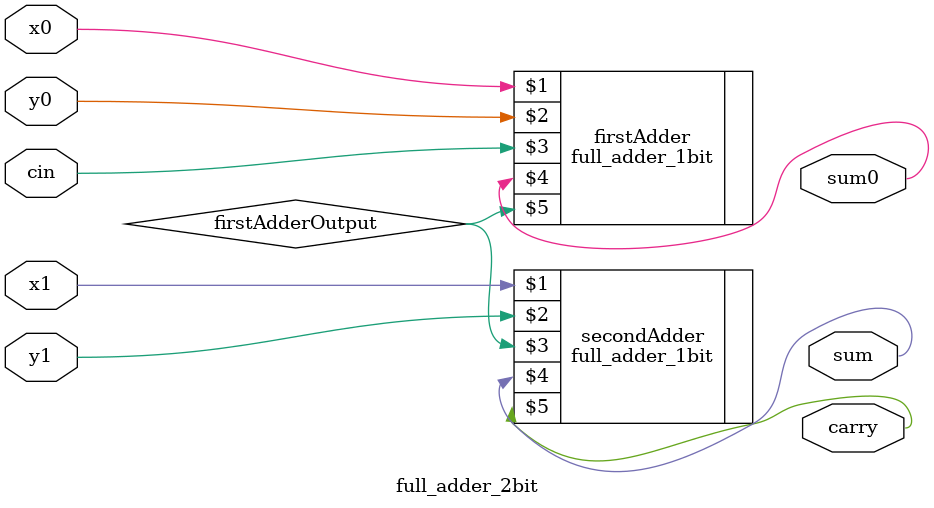
<source format=sv>
`timescale 1ns / 1ps

// 
// Revision:
// Revision 0.01 - File Created
// Additional Comments:
// 
//////////////////////////////////////////////////////////////////////////////////


module full_adder_2bit(
    input  x0,y0,cin,x1, y1,
        output  sum0,sum,carry
    );
    
    logic firstAdderOutput,x1, y1, x0, y0;
    
    full_adder_1bit firstAdder(x0,y0,cin,sum0,firstAdderOutput);
    full_adder_1bit secondAdder(x1,y1,firstAdderOutput,sum,carry);
    
endmodule

</source>
